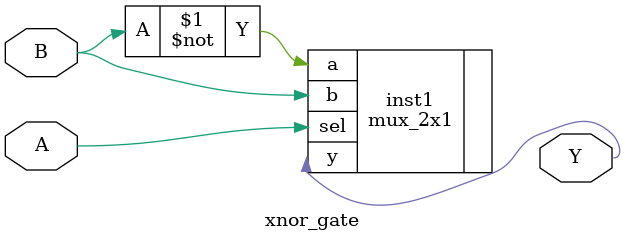
<source format=v>
module xnor_gate(input A, B, output Y);
    mux_2x1 inst1(.a(~B), .b(B), .sel(A), .y(Y));
endmodule
</source>
